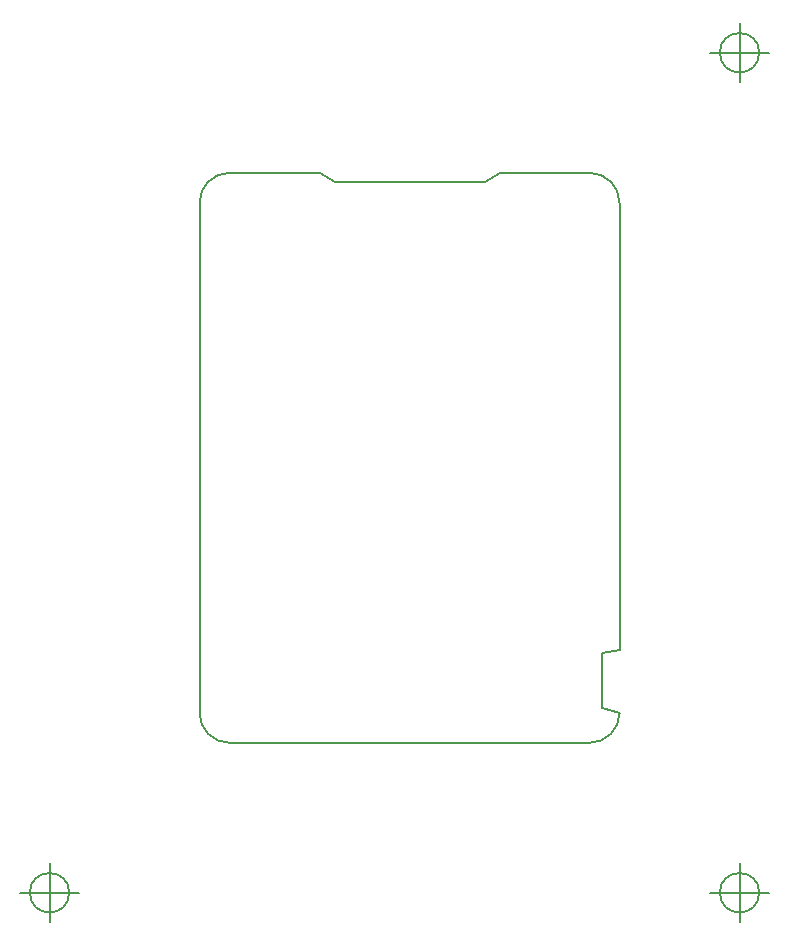
<source format=gm1>
G04 #@! TF.GenerationSoftware,KiCad,Pcbnew,5.0.1*
G04 #@! TF.CreationDate,2018-11-04T22:36:33+01:00*
G04 #@! TF.ProjectId,xling,786C696E672E6B696361645F70636200,0.2.0004*
G04 #@! TF.SameCoordinates,Original*
G04 #@! TF.FileFunction,Profile,NP*
%FSLAX46Y46*%
G04 Gerber Fmt 4.6, Leading zero omitted, Abs format (unit mm)*
G04 Created by KiCad (PCBNEW 5.0.1) date Sun Nov  4 22:36:33 2018*
%MOMM*%
%LPD*%
G01*
G04 APERTURE LIST*
%ADD10C,0.200000*%
G04 APERTURE END LIST*
D10*
X156000000Y-116900000D02*
X157480000Y-116600000D01*
X156000000Y-121500000D02*
X157480000Y-121910000D01*
X156000000Y-116900000D02*
X156000000Y-121500000D01*
X169306666Y-66040000D02*
G75*
G03X169306666Y-66040000I-1666666J0D01*
G01*
X165140000Y-66040000D02*
X170140000Y-66040000D01*
X167640000Y-63540000D02*
X167640000Y-68540000D01*
X169306666Y-137160000D02*
G75*
G03X169306666Y-137160000I-1666666J0D01*
G01*
X165140000Y-137160000D02*
X170140000Y-137160000D01*
X167640000Y-134660000D02*
X167640000Y-139660000D01*
X110886666Y-137160000D02*
G75*
G03X110886666Y-137160000I-1666666J0D01*
G01*
X106720000Y-137160000D02*
X111720000Y-137160000D01*
X109220000Y-134660000D02*
X109220000Y-139660000D01*
X154940000Y-76200000D02*
X147320000Y-76200000D01*
X146050000Y-76962000D02*
X133350000Y-76962000D01*
X147320000Y-76200000D02*
X146050000Y-76962000D01*
X132080000Y-76200000D02*
X133350000Y-76962000D01*
X154940000Y-124460000D02*
G75*
G03X157480000Y-121920000I0J2540000D01*
G01*
X121920000Y-121920000D02*
G75*
G03X124460000Y-124460000I2540000J0D01*
G01*
X157480000Y-78740000D02*
G75*
G03X154940000Y-76200000I-2540000J0D01*
G01*
X124460000Y-76200000D02*
G75*
G03X121920000Y-78740000I0J-2540000D01*
G01*
X157480000Y-78740000D02*
X157480000Y-116590000D01*
X124460000Y-76200000D02*
X132080000Y-76200000D01*
X121920000Y-121920000D02*
X121920000Y-78740000D01*
X154940000Y-124460000D02*
X124460000Y-124460000D01*
M02*

</source>
